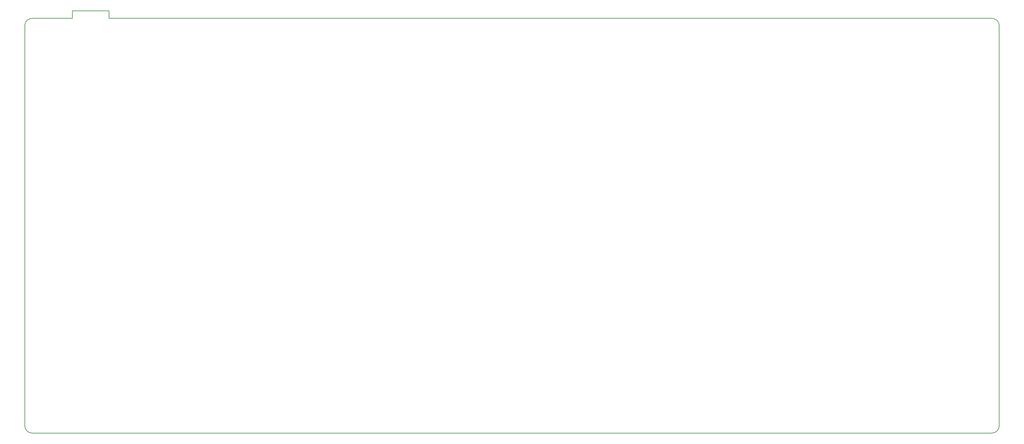
<source format=gbr>
G04 #@! TF.GenerationSoftware,KiCad,Pcbnew,(5.1.4)-1*
G04 #@! TF.CreationDate,2020-08-21T19:52:54-07:00*
G04 #@! TF.ProjectId,B3PKey,4233504b-6579-42e6-9b69-6361645f7063,1*
G04 #@! TF.SameCoordinates,Original*
G04 #@! TF.FileFunction,Profile,NP*
%FSLAX46Y46*%
G04 Gerber Fmt 4.6, Leading zero omitted, Abs format (unit mm)*
G04 Created by KiCad (PCBNEW (5.1.4)-1) date 2020-08-21 19:52:54*
%MOMM*%
%LPD*%
G04 APERTURE LIST*
%ADD10C,0.200000*%
G04 APERTURE END LIST*
D10*
X79901349Y-81899999D02*
G75*
G02X81901349Y-79899999I2000000J0D01*
G01*
X102870000Y-77899999D02*
X102870000Y-79899999D01*
X102870000Y-77899999D02*
X92870000Y-77899999D01*
X343551700Y-79899999D02*
G75*
G02X345551700Y-81899999I0J-2000000D01*
G01*
X92870000Y-77899999D02*
X92870000Y-79899999D01*
X345551700Y-81899999D02*
X345551700Y-191150160D01*
X81901349Y-79899999D02*
X92870000Y-79899999D01*
X102870000Y-79899999D02*
X343551700Y-79899999D01*
X345551700Y-191150160D02*
G75*
G02X343551700Y-193150160I-2000000J0D01*
G01*
X79901349Y-191150160D02*
X79901349Y-81899999D01*
X81901349Y-193150160D02*
G75*
G02X79901349Y-191150160I0J2000000D01*
G01*
X343551700Y-193150160D02*
X81901350Y-193150160D01*
M02*

</source>
